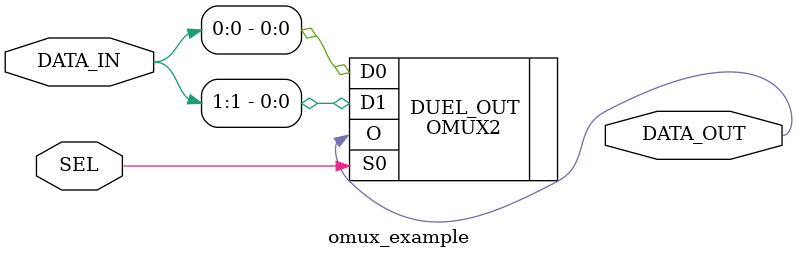
<source format=v>
module omux_example (DATA_IN, SEL, DATA_OUT) ; 
input  [1:0] DATA_IN ; 
input        SEL ; 
output       DATA_OUT ; 
OMUX2 DUEL_OUT (.O(DATA_OUT), .D0(DATA_IN[0]), 
 .D1(DATA_IN[1]), .S0(SEL)); 
endmodule 

</source>
